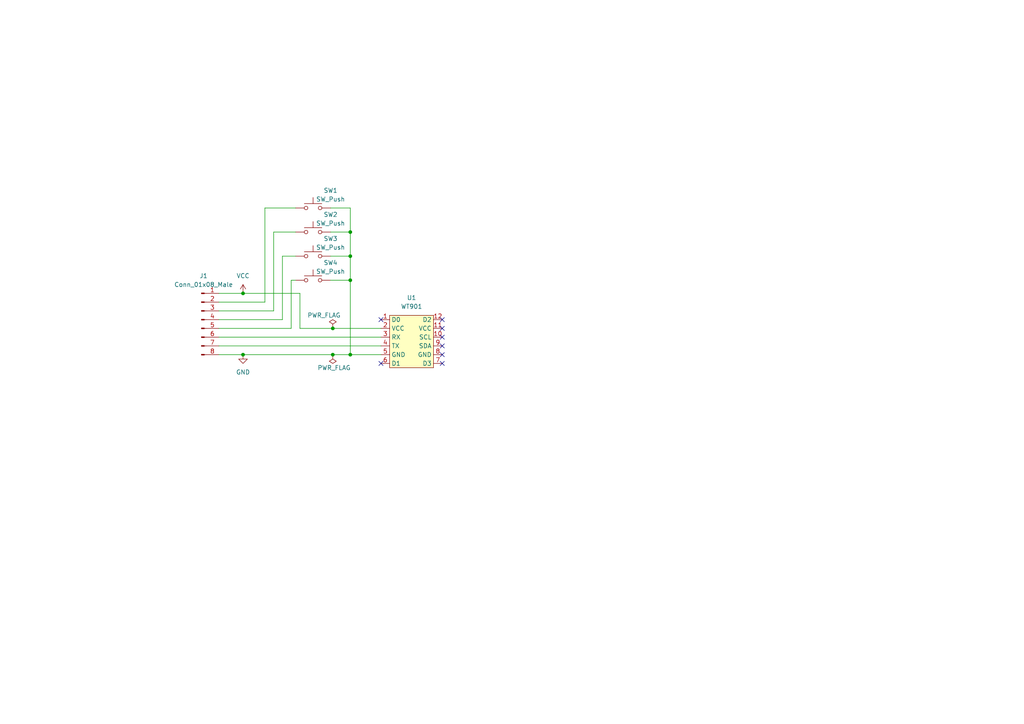
<source format=kicad_sch>
(kicad_sch (version 20211123) (generator eeschema)
  (paper "A4")
  (lib_symbols
    (symbol "Connector:Conn_01x08_Male" (pin_names (offset 1.016) hide)
      (property "Reference" "J" (at 0 10.16 0))
      (property "Value" "Conn_01x08_Male" (at 0 -12.7 0))
      (symbol "Conn_01x08_Male_1_1"
        (polyline (pts (xy 1.27 -10.16) (xy 0.8636 -10.16)) (stroke (width 0.1524)))
        (polyline (pts (xy 1.27 -7.62) (xy 0.8636 -7.62)) (stroke (width 0.1524)))
        (polyline (pts (xy 1.27 -5.08) (xy 0.8636 -5.08)) (stroke (width 0.1524)))
        (polyline (pts (xy 1.27 -2.54) (xy 0.8636 -2.54)) (stroke (width 0.1524)))
        (polyline (pts (xy 1.27 0) (xy 0.8636 0)) (stroke (width 0.1524)))
        (polyline (pts (xy 1.27 2.54) (xy 0.8636 2.54)) (stroke (width 0.1524)))
        (polyline (pts (xy 1.27 5.08) (xy 0.8636 5.08)) (stroke (width 0.1524)))
        (polyline (pts (xy 1.27 7.62) (xy 0.8636 7.62)) (stroke (width 0.1524)))
        (rectangle (start 0.8636 -10.033) (end 0 -10.287) (stroke (width 0.1524)) (fill (type outline)))
        (rectangle (start 0.8636 -7.493) (end 0 -7.747) (stroke (width 0.1524)) (fill (type outline)))
        (rectangle (start 0.8636 -4.953) (end 0 -5.207) (stroke (width 0.1524)) (fill (type outline)))
        (rectangle (start 0.8636 -2.413) (end 0 -2.667) (stroke (width 0.1524)) (fill (type outline)))
        (rectangle (start 0.8636 0.127) (end 0 -0.127) (stroke (width 0.1524)) (fill (type outline)))
        (rectangle (start 0.8636 2.667) (end 0 2.413) (stroke (width 0.1524)) (fill (type outline)))
        (rectangle (start 0.8636 5.207) (end 0 4.953) (stroke (width 0.1524)) (fill (type outline)))
        (rectangle (start 0.8636 7.747) (end 0 7.493) (stroke (width 0.1524)) (fill (type outline)))
        (pin passive line (at 5.08 7.62 180) (length 3.81) (name "Pin_1") (number "1"))
        (pin passive line (at 5.08 5.08 180) (length 3.81) (name "Pin_2") (number "2"))
        (pin passive line (at 5.08 2.54 180) (length 3.81) (name "Pin_3") (number "3"))
        (pin passive line (at 5.08 0 180) (length 3.81) (name "Pin_4") (number "4"))
        (pin passive line (at 5.08 -2.54 180) (length 3.81) (name "Pin_5") (number "5"))
        (pin passive line (at 5.08 -5.08 180) (length 3.81) (name "Pin_6") (number "6"))
        (pin passive line (at 5.08 -7.62 180) (length 3.81) (name "Pin_7") (number "7"))
        (pin passive line (at 5.08 -10.16 180) (length 3.81) (name "Pin_8") (number "8"))
      )
    )
    (symbol "SeanSymbols:WT901"
      (property "Reference" "U" (at 0 7.62 0))
      (property "Value" "WT901" (at 0 -10.16 0))
      (symbol "WT901_0_1"
        (rectangle (start -6.35 6.35) (end 6.35 -8.89) (fill (type background)))
      )
      (symbol "WT901_1_1"
        (pin input line (at -8.89 5.08 0) (length 2.54) (name "D0") (number "1"))
        (pin bidirectional line (at 8.89 0 180) (length 2.54) (name "SCL") (number "10"))
        (pin power_in line (at 8.89 2.54 180) (length 2.54) (name "VCC") (number "11"))
        (pin input line (at 8.89 5.08 180) (length 2.54) (name "D2") (number "12"))
        (pin power_in line (at -8.89 2.54 0) (length 2.54) (name "VCC") (number "2"))
        (pin input line (at -8.89 0 0) (length 2.54) (name "RX") (number "3"))
        (pin output line (at -8.89 -2.54 0) (length 2.54) (name "TX") (number "4"))
        (pin power_in line (at -8.89 -5.08 0) (length 2.54) (name "GND") (number "5"))
        (pin input line (at -8.89 -7.62 0) (length 2.54) (name "D1") (number "6"))
        (pin input line (at 8.89 -7.62 180) (length 2.54) (name "D3") (number "7"))
        (pin power_in line (at 8.89 -5.08 180) (length 2.54) (name "GND") (number "8"))
        (pin bidirectional line (at 8.89 -2.54 180) (length 2.54) (name "SDA") (number "9"))
      )
    )
    (symbol "Switch:SW_Push" (pin_numbers hide) (pin_names (offset 1.016) hide)
      (property "Reference" "SW" (at 1.27 2.54 0))
      (property "Value" "SW_Push" (at 0 -1.524 0))
      (symbol "SW_Push_0_1"
        (circle (center -2.032 0) (radius 0.508))
        (polyline (pts (xy 0 1.27) (xy 0 3.048)))
        (polyline (pts (xy 2.54 1.27) (xy -2.54 1.27)))
        (circle (center 2.032 0) (radius 0.508))
        (pin passive line (at -5.08 0 0) (length 2.54) (name "1") (number "1"))
        (pin passive line (at 5.08 0 180) (length 2.54) (name "2") (number "2"))
      )
    )
    (symbol "power:GND" (power) (pin_names (offset 0))
      (property "Value" "GND" (at 0 -3.81 0))
      (symbol "GND_0_1"
        (polyline (pts (xy 0 0) (xy 0 -1.27) (xy 1.27 -1.27) (xy 0 -2.54) (xy -1.27 -1.27) (xy 0 -1.27)))
      )
      (symbol "GND_1_1"
        (pin power_in line (at 0 0 270) (length 0) hide (name "GND") (number "1"))
      )
    )
    (symbol "power:PWR_FLAG" (power) (pin_numbers hide) (pin_names (offset 0) hide)
      (property "Value" "PWR_FLAG" (at 0 3.81 0))
      (symbol "PWR_FLAG_0_0"
        (pin power_out line (at 0 0 90) (length 0) (name "pwr") (number "1"))
      )
      (symbol "PWR_FLAG_0_1"
        (polyline (pts (xy 0 0) (xy 0 1.27) (xy -1.016 1.905) (xy 0 2.54) (xy 1.016 1.905) (xy 0 1.27)))
      )
    )
    (symbol "power:VCC" (power) (pin_names (offset 0))
      (property "Value" "VCC" (at 0 3.81 0))
      (symbol "VCC_0_1"
        (polyline (pts (xy -0.762 1.27) (xy 0 2.54)))
        (polyline (pts (xy 0 0) (xy 0 2.54)))
        (polyline (pts (xy 0 2.54) (xy 0.762 1.27)))
      )
      (symbol "VCC_1_1"
        (pin power_in line (at 0 0 90) (length 0) hide (name "VCC") (number "1"))
      )
    )
  )
  (junction (at 70.485 85.09))
  (junction (at 101.6 67.31))
  (junction (at 101.6 102.87))
  (junction (at 70.485 102.87))
  (junction (at 96.52 102.87))
  (junction (at 96.52 95.25))
  (junction (at 101.6 74.295))
  (junction (at 101.6 81.28))
  (no_connect (at 128.27 100.33))
  (no_connect (at 110.49 92.71))
  (no_connect (at 128.27 102.87))
  (no_connect (at 128.27 95.25))
  (no_connect (at 128.27 97.79))
  (no_connect (at 110.49 105.41))
  (no_connect (at 128.27 92.71))
  (no_connect (at 128.27 105.41))
  (wire (pts (xy 63.5 100.33) (xy 110.49 100.33)))
  (wire (pts (xy 85.725 74.295) (xy 81.915 74.295)))
  (wire (pts (xy 86.995 95.25) (xy 86.995 85.09)))
  (wire (pts (xy 95.885 60.325) (xy 101.6 60.325)))
  (wire (pts (xy 110.49 95.25) (xy 96.52 95.25)))
  (wire (pts (xy 84.455 81.28) (xy 84.455 95.25)))
  (wire (pts (xy 101.6 81.28) (xy 101.6 102.87)))
  (wire (pts (xy 101.6 67.31) (xy 101.6 74.295)))
  (wire (pts (xy 95.885 67.31) (xy 101.6 67.31)))
  (wire (pts (xy 101.6 74.295) (xy 101.6 81.28)))
  (wire (pts (xy 101.6 102.87) (xy 110.49 102.87)))
  (wire (pts (xy 63.5 90.17) (xy 79.375 90.17)))
  (wire (pts (xy 95.885 74.295) (xy 101.6 74.295)))
  (wire (pts (xy 63.5 102.87) (xy 70.485 102.87)))
  (wire (pts (xy 96.52 95.25) (xy 86.995 95.25)))
  (wire (pts (xy 63.5 92.71) (xy 81.915 92.71)))
  (wire (pts (xy 70.485 102.87) (xy 96.52 102.87)))
  (wire (pts (xy 85.725 60.325) (xy 76.835 60.325)))
  (wire (pts (xy 96.52 102.87) (xy 101.6 102.87)))
  (wire (pts (xy 79.375 67.31) (xy 79.375 90.17)))
  (wire (pts (xy 101.6 60.325) (xy 101.6 67.31)))
  (wire (pts (xy 95.885 81.28) (xy 101.6 81.28)))
  (wire (pts (xy 63.5 95.25) (xy 84.455 95.25)))
  (wire (pts (xy 63.5 97.79) (xy 110.49 97.79)))
  (wire (pts (xy 85.725 67.31) (xy 79.375 67.31)))
  (wire (pts (xy 63.5 85.09) (xy 70.485 85.09)))
  (wire (pts (xy 81.915 74.295) (xy 81.915 92.71)))
  (wire (pts (xy 85.725 81.28) (xy 84.455 81.28)))
  (wire (pts (xy 63.5 87.63) (xy 76.835 87.63)))
  (wire (pts (xy 76.835 60.325) (xy 76.835 87.63)))
  (wire (pts (xy 70.485 85.09) (xy 86.995 85.09)))
  (symbol (lib_id "power:VCC") (at 70.485 85.09 0) (unit 1)
    (property "Reference" "#PWR01" (effects hide))
    (property "Value" "VCC" (at 70.485 80.01 0))
  )
  (symbol (lib_id "SeanSymbols:WT901") (at 119.38 97.79 0) (unit 1)
    (property "Reference" "U1" (at 119.38 86.36 0))
    (property "Value" "WT901" (at 119.38 88.9 0))
    (property "Footprint" "SeanFootprints:WT901" (effects hide))
    (property "Datasheet" "https://images-na.ssl-images-amazon.com/images/I/B11fVGszLsS.pdf" (effects hide))
  )
  (symbol (lib_id "Switch:SW_Push") (at 90.805 60.325 0) (unit 1)
    (property "Reference" "SW1" (at 95.885 55.245 0))
    (property "Value" "SW_Push" (at 95.885 57.785 0))
    (property "Footprint" "SeanFootprints:COM-10302" (effects hide))
    (property "Datasheet" "https://cdn.sparkfun.com/assets/8/2/4/e/9/MulticolorButtonModel.pdf" (effects hide))
  )
  (symbol (lib_id "Connector:Conn_01x08_Male") (at 58.42 92.71 0) (unit 1)
    (property "Reference" "J1" (at 59.055 80.01 0))
    (property "Value" "Conn_01x08_Male" (at 59.055 82.55 0))
    (property "Footprint" "Connector_PinHeader_2.54mm:PinHeader_1x08_P2.54mm_Vertical" (effects hide))
    (property "Datasheet" "https://www.mmtmachrone.com/pdf/20090217224253PHa.pdf" (effects hide))
  )
  (symbol (lib_id "power:PWR_FLAG") (at 96.52 102.87 180) (unit 1)
    (property "Reference" "#FLG0101" (effects hide))
    (property "Value" "PWR_FLAG" (at 92.075 106.68 0) (effects (justify right)))
  )
  (symbol (lib_id "Switch:SW_Push") (at 90.805 81.28 0) (unit 1)
    (property "Reference" "SW4" (at 95.885 76.2 0))
    (property "Value" "SW_Push" (at 95.885 78.74 0))
    (property "Footprint" "SeanFootprints:COM-10302" (effects hide))
    (property "Datasheet" "https://cdn.sparkfun.com/assets/8/2/4/e/9/MulticolorButtonModel.pdf" (effects hide))
  )
  (symbol (lib_id "Switch:SW_Push") (at 90.805 67.31 0) (unit 1)
    (property "Reference" "SW2" (at 95.885 62.23 0))
    (property "Value" "SW_Push" (at 95.885 64.77 0))
    (property "Footprint" "SeanFootprints:COM-10302" (effects hide))
    (property "Datasheet" "https://cdn.sparkfun.com/assets/8/2/4/e/9/MulticolorButtonModel.pdf" (effects hide))
  )
  (symbol (lib_id "power:GND") (at 70.485 102.87 0) (unit 1)
    (property "Reference" "#PWR02" (effects hide))
    (property "Value" "GND" (at 70.485 107.95 0))
  )
  (symbol (lib_id "power:PWR_FLAG") (at 96.52 95.25 0) (unit 1)
    (property "Reference" "#FLG0102" (effects hide))
    (property "Value" "PWR_FLAG" (at 93.98 91.44 0))
  )
  (symbol (lib_id "Switch:SW_Push") (at 90.805 74.295 0) (unit 1)
    (property "Reference" "SW3" (at 95.885 69.215 0))
    (property "Value" "SW_Push" (at 95.885 71.755 0))
    (property "Footprint" "SeanFootprints:COM-10302" (effects hide))
    (property "Datasheet" "https://cdn.sparkfun.com/assets/8/2/4/e/9/MulticolorButtonModel.pdf" (effects hide))
  )
)
</source>
